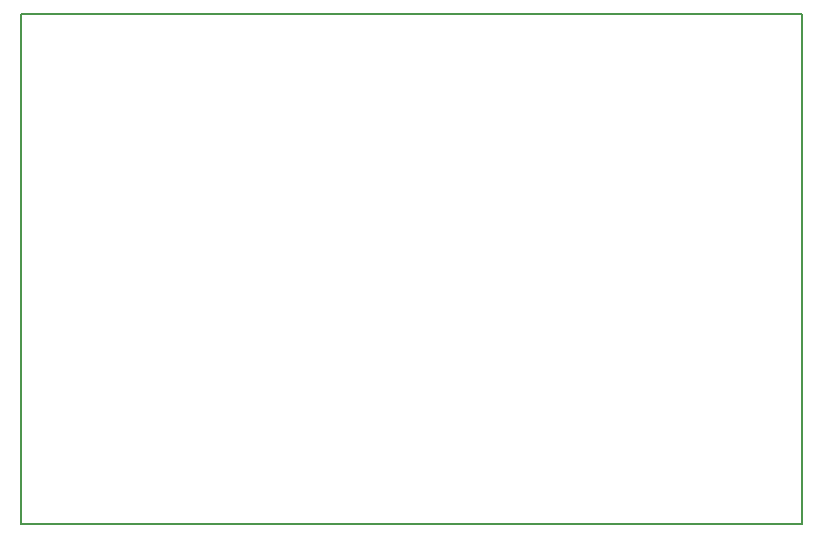
<source format=gm1>
G04 MADE WITH FRITZING*
G04 WWW.FRITZING.ORG*
G04 DOUBLE SIDED*
G04 HOLES PLATED*
G04 CONTOUR ON CENTER OF CONTOUR VECTOR*
%ASAXBY*%
%FSLAX23Y23*%
%MOIN*%
%OFA0B0*%
%SFA1.0B1.0*%
%ADD10R,2.613360X1.708740*%
%ADD11C,0.008000*%
%ADD10C,0.008*%
%LNCONTOUR*%
G90*
G70*
G54D10*
G54D11*
X4Y1705D02*
X2609Y1705D01*
X2609Y4D01*
X4Y4D01*
X4Y1705D01*
D02*
G04 End of contour*
M02*
</source>
